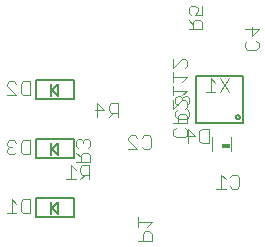
<source format=gbr>
G75*
G70*
%OFA0B0*%
%FSLAX24Y24*%
%IPPOS*%
%LPD*%
%AMOC8*
5,1,8,0,0,1.08239X$1,22.5*
%
%ADD10C,0.0050*%
%ADD11C,0.0040*%
%ADD12R,0.0295X0.0128*%
D10*
X001530Y004229D02*
X001530Y004859D01*
X002790Y004859D01*
X002790Y004229D01*
X001530Y004229D01*
X002042Y004343D02*
X002042Y004737D01*
X002069Y004540D02*
X002266Y004343D01*
X002266Y004737D01*
X002069Y004540D01*
X001530Y006197D02*
X001530Y006827D01*
X002790Y006827D01*
X002790Y006197D01*
X001530Y006197D01*
X002042Y006312D02*
X002042Y006705D01*
X002069Y006508D02*
X002266Y006705D01*
X002266Y006312D01*
X002069Y006508D01*
X001530Y008166D02*
X001530Y008796D01*
X002790Y008796D01*
X002790Y008166D01*
X001530Y008166D01*
X002042Y008280D02*
X002042Y008674D01*
X002069Y008477D02*
X002266Y008280D01*
X002266Y008674D01*
X002069Y008477D01*
X006873Y008947D02*
X006873Y007373D01*
X008447Y007373D01*
X008447Y008947D01*
X006873Y008947D01*
X008189Y007560D02*
X008191Y007576D01*
X008197Y007592D01*
X008206Y007606D01*
X008218Y007617D01*
X008232Y007625D01*
X008248Y007630D01*
X008264Y007631D01*
X008280Y007628D01*
X008295Y007621D01*
X008309Y007612D01*
X008319Y007599D01*
X008327Y007584D01*
X008331Y007568D01*
X008331Y007552D01*
X008327Y007536D01*
X008319Y007521D01*
X008309Y007508D01*
X008296Y007499D01*
X008280Y007492D01*
X008264Y007489D01*
X008248Y007490D01*
X008232Y007495D01*
X008218Y007503D01*
X008206Y007514D01*
X008197Y007528D01*
X008191Y007544D01*
X008189Y007560D01*
D11*
X008037Y006896D02*
X008037Y006424D01*
X007408Y006424D02*
X007408Y006896D01*
X007284Y006699D02*
X007054Y006699D01*
X006977Y006775D01*
X006977Y007082D01*
X007054Y007159D01*
X007284Y007159D01*
X007284Y006699D01*
X006823Y006929D02*
X006516Y006929D01*
X006489Y006900D02*
X006182Y006900D01*
X006105Y006977D01*
X006105Y007131D01*
X006182Y007207D01*
X006259Y007361D02*
X006259Y007591D01*
X006335Y007668D01*
X006489Y007668D01*
X006566Y007591D01*
X006566Y007361D01*
X006105Y007361D01*
X006257Y007509D02*
X006180Y007586D01*
X006180Y007739D01*
X006257Y007816D01*
X006105Y007821D02*
X006105Y008128D01*
X006180Y008200D02*
X006180Y008046D01*
X006257Y007970D01*
X006105Y007821D02*
X006412Y008128D01*
X006489Y008128D01*
X006566Y008051D01*
X006566Y007898D01*
X006489Y007821D01*
X006564Y007816D02*
X006640Y007739D01*
X006640Y007586D01*
X006564Y007509D01*
X006257Y007509D01*
X006489Y007207D02*
X006566Y007131D01*
X006566Y006977D01*
X006489Y006900D01*
X006593Y006699D02*
X006593Y007159D01*
X006823Y006929D01*
X006564Y007970D02*
X006640Y008046D01*
X006640Y008200D01*
X006564Y008277D01*
X006487Y008277D01*
X006410Y008200D01*
X006333Y008277D01*
X006257Y008277D01*
X006180Y008200D01*
X006105Y008282D02*
X006105Y008589D01*
X006105Y008742D02*
X006105Y009049D01*
X006105Y009202D02*
X006412Y009509D01*
X006489Y009509D01*
X006566Y009433D01*
X006566Y009279D01*
X006489Y009202D01*
X006566Y008896D02*
X006105Y008896D01*
X006105Y009202D02*
X006105Y009509D01*
X006566Y008896D02*
X006412Y008742D01*
X006566Y008435D02*
X006105Y008435D01*
X006412Y008282D02*
X006566Y008435D01*
X006410Y008200D02*
X006410Y008123D01*
X007205Y008388D02*
X007512Y008388D01*
X007359Y008388D02*
X007359Y008848D01*
X007512Y008695D01*
X007666Y008848D02*
X007973Y008388D01*
X007666Y008388D02*
X007973Y008848D01*
X008569Y009805D02*
X008493Y009882D01*
X008493Y010035D01*
X008569Y010112D01*
X008723Y010265D02*
X008723Y010572D01*
X008953Y010496D02*
X008723Y010265D01*
X008876Y010112D02*
X008953Y010035D01*
X008953Y009882D01*
X008876Y009805D01*
X008569Y009805D01*
X008493Y010496D02*
X008953Y010496D01*
X007078Y010493D02*
X007078Y010723D01*
X007001Y010799D01*
X006848Y010799D01*
X006771Y010723D01*
X006771Y010493D01*
X006771Y010646D02*
X006618Y010799D01*
X006694Y010953D02*
X006618Y011030D01*
X006618Y011183D01*
X006694Y011260D01*
X006848Y011260D01*
X006924Y011183D01*
X006924Y011106D01*
X006848Y010953D01*
X007078Y010953D01*
X007078Y011260D01*
X007078Y010493D02*
X006618Y010493D01*
X004265Y008015D02*
X004035Y008015D01*
X003958Y007939D01*
X003958Y007785D01*
X004035Y007708D01*
X004265Y007708D01*
X004265Y007555D02*
X004265Y008015D01*
X004112Y007708D02*
X003958Y007555D01*
X003805Y007785D02*
X003498Y007785D01*
X003574Y007555D02*
X003574Y008015D01*
X003805Y007785D01*
X003251Y006839D02*
X003174Y006839D01*
X003098Y006762D01*
X003021Y006839D01*
X002944Y006839D01*
X002868Y006762D01*
X002868Y006609D01*
X002944Y006532D01*
X002868Y006379D02*
X003021Y006225D01*
X003021Y006302D02*
X003021Y006072D01*
X003081Y005953D02*
X003004Y005876D01*
X003004Y005723D01*
X003081Y005646D01*
X003311Y005646D01*
X003311Y005493D02*
X003311Y005953D01*
X003081Y005953D01*
X002868Y006072D02*
X003328Y006072D01*
X003328Y006302D01*
X003251Y006379D01*
X003098Y006379D01*
X003021Y006302D01*
X003251Y006532D02*
X003328Y006609D01*
X003328Y006762D01*
X003251Y006839D01*
X003098Y006762D02*
X003098Y006686D01*
X002697Y005953D02*
X002697Y005493D01*
X002850Y005493D02*
X002543Y005493D01*
X002850Y005799D02*
X002697Y005953D01*
X003157Y005646D02*
X003004Y005493D01*
X004606Y006493D02*
X004913Y006493D01*
X004606Y006799D01*
X004606Y006876D01*
X004683Y006953D01*
X004836Y006953D01*
X004913Y006876D01*
X005066Y006876D02*
X005143Y006953D01*
X005297Y006953D01*
X005373Y006876D01*
X005373Y006569D01*
X005297Y006493D01*
X005143Y006493D01*
X005066Y006569D01*
X004930Y004214D02*
X004930Y003907D01*
X004930Y004061D02*
X005390Y004061D01*
X005237Y003907D01*
X005314Y003754D02*
X005160Y003754D01*
X005083Y003677D01*
X005083Y003447D01*
X004930Y003447D02*
X005390Y003447D01*
X005390Y003677D01*
X005314Y003754D01*
X007543Y005180D02*
X007850Y005180D01*
X007697Y005180D02*
X007697Y005640D01*
X007850Y005487D01*
X008004Y005564D02*
X008081Y005640D01*
X008234Y005640D01*
X008311Y005564D01*
X008311Y005257D01*
X008234Y005180D01*
X008081Y005180D01*
X008004Y005257D01*
X001330Y004815D02*
X001330Y004355D01*
X001100Y004355D01*
X001023Y004431D01*
X001023Y004738D01*
X001100Y004815D01*
X001330Y004815D01*
X000870Y004662D02*
X000716Y004815D01*
X000716Y004355D01*
X000563Y004355D02*
X000870Y004355D01*
X000793Y006323D02*
X000639Y006323D01*
X000563Y006400D01*
X000563Y006477D01*
X000639Y006553D01*
X000716Y006553D01*
X000639Y006553D02*
X000563Y006630D01*
X000563Y006707D01*
X000639Y006784D01*
X000793Y006784D01*
X000870Y006707D01*
X001023Y006707D02*
X001100Y006784D01*
X001330Y006784D01*
X001330Y006323D01*
X001100Y006323D01*
X001023Y006400D01*
X001023Y006707D01*
X000870Y006400D02*
X000793Y006323D01*
X000870Y008292D02*
X000563Y008292D01*
X000870Y008292D02*
X000563Y008599D01*
X000563Y008675D01*
X000639Y008752D01*
X000793Y008752D01*
X000870Y008675D01*
X001023Y008675D02*
X001100Y008752D01*
X001330Y008752D01*
X001330Y008292D01*
X001100Y008292D01*
X001023Y008368D01*
X001023Y008675D01*
D12*
X007870Y006596D03*
M02*

</source>
